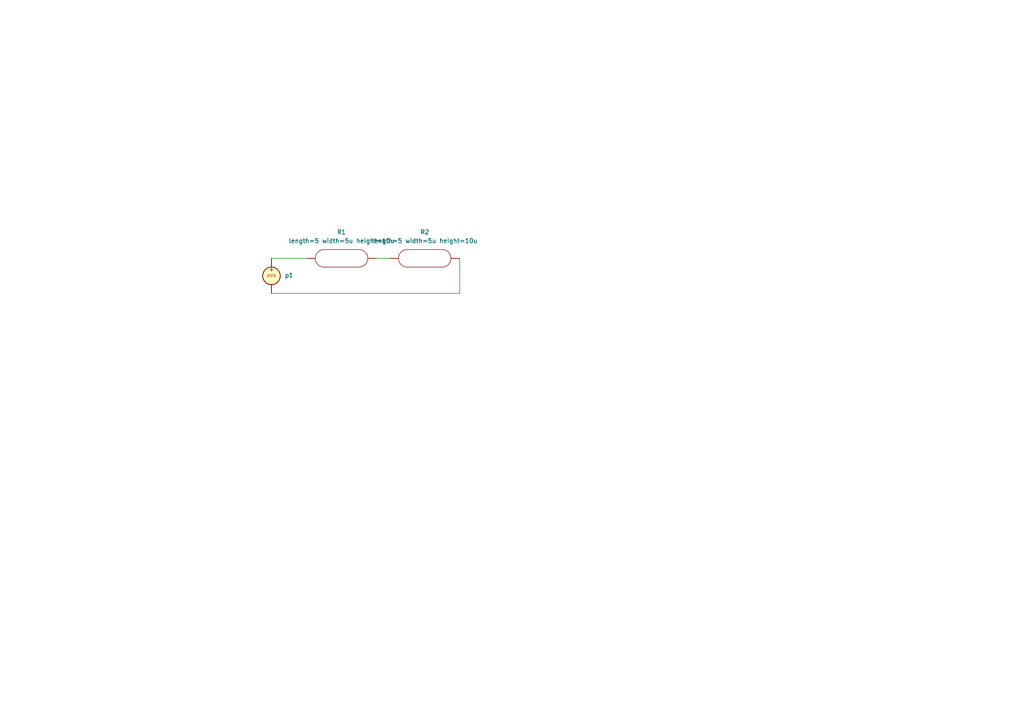
<source format=kicad_sch>
(kicad_sch (version 20231120) (generator "eeschema") (generator_version "8.0")
  (paper "A4")
  (lib_symbols
    (symbol "mfda:chamber" (pin_numbers hide) (pin_names (offset 0) hide)
      (property "Reference" "R" (at -4.445 3.81 0))
      (property "Value" "${SIM.PARAMS}" (at 3.81 3.81 0))
      (symbol "chamber_1_1"
        (arc (start -7.62 0) (mid -6.8756 -1.7956) (end -5.08 -2.54))
        (arc (start -5.08 2.54) (mid -6.8749 1.7949) (end -7.62 0))
        (polyline (pts (xy -5.08 -2.54) (xy 5.08 -2.54)))
        (polyline (pts (xy 5.08 2.54) (xy -5.08 2.54)))
        (arc (start 5.08 -2.54) (mid 6.8754 -1.7954) (end 7.62 0))
        (arc (start 7.62 0) (mid 6.8754 1.7954) (end 5.08 2.54))
        (pin passive line (at -10.16 0 0) (length 2.54) (name "in") (number "1"))
        (pin passive line (at 10.16 0 180) (length 2.54) (name "out") (number "2"))
      )
    )
    (symbol "mfda_spice:pressure_source" (pin_numbers hide) (pin_names (offset 0.0254))
      (property "Reference" "p" (at 2.54 2.54 0))
      (property "Value" "${SIM.PARAMS}" (at 2.54 0 0))
      (symbol "pressure_source_0_0"
        (polyline (pts (xy -1.27 0.254) (xy 1.27 0.254)))
        (polyline (pts (xy -0.762 -0.254) (xy -1.27 -0.254)))
        (polyline (pts (xy 0.254 -0.254) (xy -0.254 -0.254)))
        (polyline (pts (xy 1.27 -0.254) (xy 0.762 -0.254)))
        (text "+" (at 0 1.905 0) (effects (font (size 1.27 1.27))))
      )
      (symbol "pressure_source_0_1"
        (circle (center 0 0) (radius 2.54) (stroke (width 0.254)) (fill (type background)))
      )
      (symbol "pressure_source_1_1"
        (pin passive line (at 0 5.08 270) (length 2.54) (name "~") (number "1"))
        (pin passive line (at 0 -5.08 90) (length 2.54) (name "~") (number "2"))
      )
    )
  )
  (wire (pts (xy 133.35 85.09) (xy 133.35 74.93)))
  (wire (pts (xy 109.22 74.93) (xy 113.03 74.93)))
  (wire (pts (xy 78.74 74.93) (xy 88.9 74.93)))
  (wire (pts (xy 78.74 85.09) (xy 133.35 85.09)))
  (symbol (lib_id "mfda_spice:pressure_source") (at 78.74 80.01 0) (unit 1)
    (property "Reference" "p1" (at 82.55 79.8103 0) (effects (justify left)))
    (property "Value" "${SIM.PARAMS}" (at 82.55 81.0803 0) (effects (justify left)))
    (property "Datasheet" "https://ngspice.sourceforge.io/docs/ngspice-html-manual/manual.xhtml#sec_Independent_Sources_for" (effects (hide yes)))
    (property "Description" "Pressure source, constant" (effects (hide yes)))
    (property "Sim.Pins" "1=plus 2=minus" (effects (hide yes)))
    (property "Sim.Device" "SUBCKT" (effects (hide yes)))
    (property "Sim.Library" "/Users/snelgrov/kicad/verilogA_build/pressure_source.lib" (effects (hide yes)))
    (property "Sim.Name" "pressure_src" (effects (hide yes)))
  )
  (symbol (lib_id "mfda:chamber") (at 99.06 74.93 0) (unit 1)
    (property "Reference" "R1" (at 99.06 67.31 0))
    (property "Value" "${SIM.PARAMS}" (at 99.06 69.85 0))
    (property "Sim.Device" "SUBCKT" (effects (hide yes)))
    (property "Sim.Pins" "1=in 2=out" (effects (hide yes)))
    (property "Sim.Library" "/Users/snelgrov/kicad/verilogA_build/channel_flow.lib" (effects (hide yes)))
    (property "Sim.Name" "channel" (effects (hide yes)))
    (property "Sim.Params" "length=5 width=5u height=10u" (effects (hide yes)))
  )
  (symbol (lib_id "mfda:chamber") (at 123.19 74.93 0) (unit 1)
    (property "Reference" "R2" (at 123.19 67.31 0))
    (property "Value" "${SIM.PARAMS}" (at 123.19 69.85 0))
    (property "Sim.Device" "SUBCKT" (effects (hide yes)))
    (property "Sim.Pins" "1=in 2=out" (effects (hide yes)))
    (property "Sim.Library" "/Users/snelgrov/kicad/verilogA_build/channel_flow.lib" (effects (hide yes)))
    (property "Sim.Name" "channel" (effects (hide yes)))
    (property "Sim.Params" "length=5 width=5u height=10u" (effects (hide yes)))
  )
)
</source>
